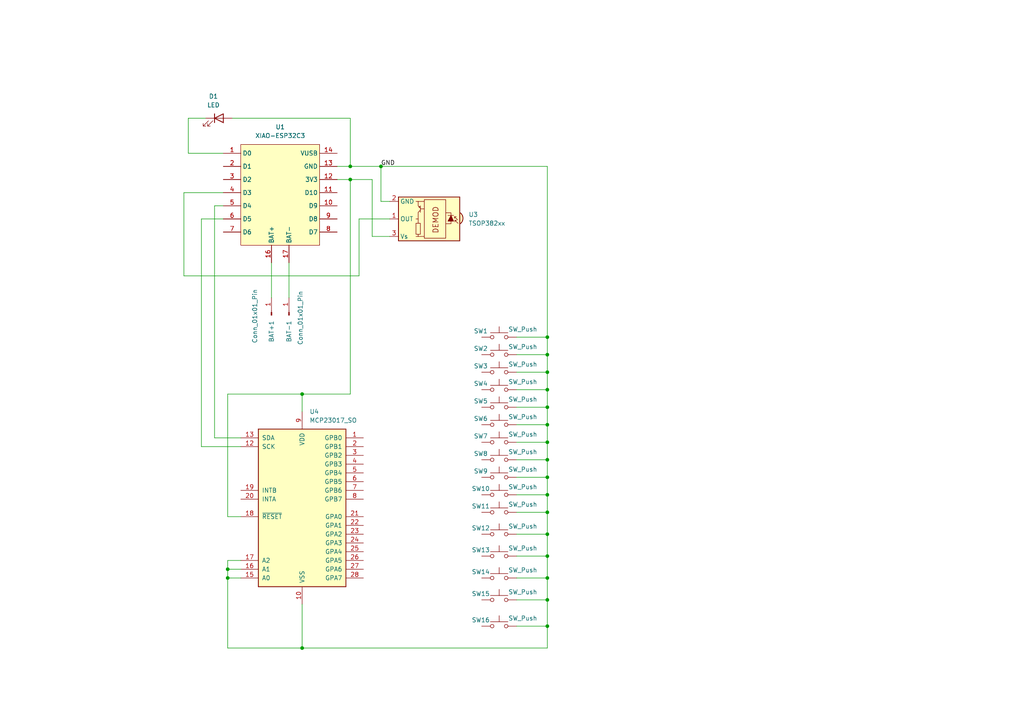
<source format=kicad_sch>
(kicad_sch (version 20250114) (generator "eeschema") (generator_version "9.0")
  (paper "A4")
  (lib_symbols
    (symbol "Connector:Conn_01x01_Pin" (pin_names (offset 1.016) (hide yes))
      (property "Reference" "J" (at 0 2.54 0))
      (property "Value" "Conn_01x01_Pin" (at 0 -2.54 0))
      (symbol "Conn_01x01_Pin_1_1"
        (rectangle (start 0.8636 0.127) (end 0 -0.127) (stroke (width 0.1524)) (fill (type outline)))
        (polyline (pts (xy 1.27 0) (xy 0.8636 0)) (stroke (width 0.1524)))
        (pin passive line (at 5.08 0 180) (length 3.81) (name "Pin_1") (number "1"))
      )
    )
    (symbol "Device:LED" (pin_numbers (hide yes)) (pin_names (offset 1.016) (hide yes))
      (property "Reference" "D" (at 0 2.54 0))
      (property "Value" "LED" (at 0 -2.54 0))
      (symbol "LED_0_1"
        (polyline (pts (xy -3.048 -0.762) (xy -4.572 -2.286) (xy -3.81 -2.286) (xy -4.572 -2.286) (xy -4.572 -1.524)))
        (polyline (pts (xy -1.778 -0.762) (xy -3.302 -2.286) (xy -2.54 -2.286) (xy -3.302 -2.286) (xy -3.302 -1.524)))
        (polyline (pts (xy -1.27 0) (xy 1.27 0)))
        (polyline (pts (xy -1.27 -1.27) (xy -1.27 1.27)) (stroke (width 0.254)))
        (polyline (pts (xy 1.27 -1.27) (xy 1.27 1.27) (xy -1.27 0) (xy 1.27 -1.27)) (stroke (width 0.254)))
      )
      (symbol "LED_1_1"
        (pin passive line (at -3.81 0 0) (length 2.54) (name "K") (number "1"))
        (pin passive line (at 3.81 0 180) (length 2.54) (name "A") (number "2"))
      )
    )
    (symbol "Interface_Expansion:MCP23017_SO" (pin_names (offset 1.016))
      (property "Reference" "U" (at -11.43 24.13 0))
      (property "Value" "MCP23017_SO" (at 0 0 0))
      (symbol "MCP23017_SO_0_1"
        (rectangle (start -12.7 22.86) (end 12.7 -22.86) (stroke (width 0.254)) (fill (type background)))
      )
      (symbol "MCP23017_SO_1_1"
        (pin bidirectional line (at -17.78 20.32 0) (length 5.08) (name "SDA") (number "13"))
        (pin input line (at -17.78 17.78 0) (length 5.08) (name "SCK") (number "12"))
        (pin tri_state line (at -17.78 5.08 0) (length 5.08) (name "INTB") (number "19"))
        (pin tri_state line (at -17.78 2.54 0) (length 5.08) (name "INTA") (number "20"))
        (pin input line (at -17.78 -2.54 0) (length 5.08) (name "~{RESET}") (number "18"))
        (pin input line (at -17.78 -15.24 0) (length 5.08) (name "A2") (number "17"))
        (pin input line (at -17.78 -17.78 0) (length 5.08) (name "A1") (number "16"))
        (pin input line (at -17.78 -20.32 0) (length 5.08) (name "A0") (number "15"))
        (pin no_connect line (at -12.7 15.24 0) (length 5.08) (hide yes) (name "NC") (number "11"))
        (pin no_connect line (at -12.7 12.7 0) (length 5.08) (hide yes) (name "NC") (number "14"))
        (pin power_in line (at 0 27.94 270) (length 5.08) (name "VDD") (number "9"))
        (pin power_in line (at 0 -27.94 90) (length 5.08) (name "VSS") (number "10"))
        (pin bidirectional line (at 17.78 20.32 180) (length 5.08) (name "GPB0") (number "1"))
        (pin bidirectional line (at 17.78 17.78 180) (length 5.08) (name "GPB1") (number "2"))
        (pin bidirectional line (at 17.78 15.24 180) (length 5.08) (name "GPB2") (number "3"))
        (pin bidirectional line (at 17.78 12.7 180) (length 5.08) (name "GPB3") (number "4"))
        (pin bidirectional line (at 17.78 10.16 180) (length 5.08) (name "GPB4") (number "5"))
        (pin bidirectional line (at 17.78 7.62 180) (length 5.08) (name "GPB5") (number "6"))
        (pin bidirectional line (at 17.78 5.08 180) (length 5.08) (name "GPB6") (number "7"))
        (pin output line (at 17.78 2.54 180) (length 5.08) (name "GPB7") (number "8"))
        (pin bidirectional line (at 17.78 -2.54 180) (length 5.08) (name "GPA0") (number "21"))
        (pin bidirectional line (at 17.78 -5.08 180) (length 5.08) (name "GPA1") (number "22"))
        (pin bidirectional line (at 17.78 -7.62 180) (length 5.08) (name "GPA2") (number "23"))
        (pin bidirectional line (at 17.78 -10.16 180) (length 5.08) (name "GPA3") (number "24"))
        (pin bidirectional line (at 17.78 -12.7 180) (length 5.08) (name "GPA4") (number "25"))
        (pin bidirectional line (at 17.78 -15.24 180) (length 5.08) (name "GPA5") (number "26"))
        (pin bidirectional line (at 17.78 -17.78 180) (length 5.08) (name "GPA6") (number "27"))
        (pin output line (at 17.78 -20.32 180) (length 5.08) (name "GPA7") (number "28"))
      )
    )
    (symbol "Interface_Optical:TSOP382xx"
      (property "Reference" "U" (at -10.16 7.62 0))
      (property "Value" "TSOP382xx" (at -10.16 -7.62 0))
      (symbol "TSOP382xx_0_0"
        (arc (start -10.287 -1.778) (mid -11.0899 -0.1905) (end -10.287 1.397) (stroke (width 0.254)) (fill (type background)))
        (polyline (pts (xy 1.905 5.08) (xy 0.127 5.08)))
        (polyline (pts (xy 1.905 -5.08) (xy 0.127 -5.08)))
        (text "DEMOD" (at -3.175 0.254 900) (effects (font (size 1.524 1.524))))
      )
      (symbol "TSOP382xx_0_1"
        (polyline (pts (xy -8.763 0.381) (xy -9.652 1.27)))
        (polyline (pts (xy -8.763 0.381) (xy -9.271 0.381)))
        (polyline (pts (xy -8.763 0.381) (xy -8.763 0.889)))
        (polyline (pts (xy -8.636 -0.635) (xy -9.525 0.254)))
        (polyline (pts (xy -8.636 -0.635) (xy -9.144 -0.635)))
        (polyline (pts (xy -8.636 -0.635) (xy -8.636 -0.127)))
        (polyline (pts (xy -8.382 0.635) (xy -6.731 0.635) (xy -7.62 -1.016) (xy -8.382 0.635)) (fill (type outline)))
        (polyline (pts (xy -8.382 -1.016) (xy -6.731 -1.016)))
        (rectangle (start -6.096 5.588) (end 0.127 -5.588))
        (polyline (pts (xy -6.096 1.397) (xy -7.62 1.397) (xy -7.62 -1.778) (xy -6.096 -1.778)))
        (polyline (pts (xy 1.27 -1.905) (xy 1.27 -3.81)))
        (polyline (pts (xy 1.27 -2.54) (xy 1.905 -1.905) (xy 1.905 0) (xy 2.54 0)))
        (polyline (pts (xy 1.27 -2.921) (xy 0.127 -2.921)))
        (polyline (pts (xy 1.27 -3.175) (xy 1.905 -3.81) (xy 1.905 -5.08) (xy 2.54 -5.08)))
        (polyline (pts (xy 1.397 -3.556) (xy 1.524 -3.556)))
        (polyline (pts (xy 1.651 -3.556) (xy 1.524 -3.556)))
        (polyline (pts (xy 1.651 -3.556) (xy 1.651 -3.302)))
        (polyline (pts (xy 1.905 4.445) (xy 1.905 5.08) (xy 2.54 5.08)))
        (polyline (pts (xy 1.905 0) (xy 1.905 1.27)))
        (rectangle (start 2.54 1.27) (end 1.27 4.445))
        (rectangle (start 7.62 6.35) (end -10.16 -6.35) (stroke (width 0.254)) (fill (type background)))
      )
      (symbol "TSOP382xx_1_1"
        (pin power_in line (at 10.16 5.08 180) (length 2.54) (name "Vs") (number "3"))
        (pin output line (at 10.16 0 180) (length 2.54) (name "OUT") (number "1"))
        (pin power_in line (at 10.16 -5.08 180) (length 2.54) (name "GND") (number "2"))
      )
    )
    (symbol "Switch:SW_Push" (pin_numbers (hide yes)) (pin_names (offset 1.016) (hide yes))
      (property "Reference" "SW" (at 1.27 2.54 0))
      (property "Value" "SW_Push" (at 0 -1.524 0))
      (symbol "SW_Push_0_1"
        (circle (center -2.032 0) (radius 0.508))
        (polyline (pts (xy 0 1.27) (xy 0 3.048)))
        (circle (center 2.032 0) (radius 0.508))
        (polyline (pts (xy 2.54 1.27) (xy -2.54 1.27)))
        (pin passive line (at -5.08 0 0) (length 2.54) (name "1") (number "1"))
        (pin passive line (at 5.08 0 180) (length 2.54) (name "2") (number "2"))
      )
    )
    (symbol "USER_LIB:XIAO-ESP32C3"
      (property "Reference" "U" (at 0 0 0))
      (property "Value" "XIAO-ESP32C3" (at -0.254 5.08 90))
      (symbol "XIAO-ESP32C3_0_1"
        (rectangle (start -11.43 19.05) (end 11.43 -10.16) (fill (type background)))
      )
      (symbol "XIAO-ESP32C3_1_1"
        (pin bidirectional line (at -16.51 16.51 0) (length 5.08) (name "D0") (number "1"))
        (pin bidirectional line (at -16.51 12.7 0) (length 5.08) (name "D1") (number "2"))
        (pin bidirectional line (at -16.51 8.89 0) (length 5.08) (name "D2") (number "3"))
        (pin bidirectional line (at -16.51 5.08 0) (length 5.08) (name "D3") (number "4"))
        (pin bidirectional line (at -16.51 1.27 0) (length 5.08) (name "D4") (number "5"))
        (pin bidirectional line (at -16.51 -2.54 0) (length 5.08) (name "D5") (number "6"))
        (pin bidirectional line (at -16.51 -6.35 0) (length 5.08) (name "D6") (number "7"))
        (pin bidirectional line (at -2.54 -15.24 90) (length 5.08) (name "BAT+") (number "16"))
        (pin bidirectional line (at 2.54 -15.24 90) (length 5.08) (name "BAT-") (number "17"))
        (pin bidirectional line (at 16.51 16.51 180) (length 5.08) (name "VUSB") (number "14"))
        (pin bidirectional line (at 16.51 12.7 180) (length 5.08) (name "GND") (number "13"))
        (pin bidirectional line (at 16.51 8.89 180) (length 5.08) (name "3V3") (number "12"))
        (pin bidirectional line (at 16.51 5.08 180) (length 5.08) (name "D10") (number "11"))
        (pin bidirectional line (at 16.51 1.27 180) (length 5.08) (name "D9") (number "10"))
        (pin bidirectional line (at 16.51 -2.54 180) (length 5.08) (name "D8") (number "9"))
        (pin bidirectional line (at 16.51 -6.35 180) (length 5.08) (name "D7") (number "8"))
      )
    )
  )
  (junction (at 87.63 187.96))
  (junction (at 158.75 167.64))
  (junction (at 87.63 114.3))
  (junction (at 101.6 52.07))
  (junction (at 110.49 48.26))
  (junction (at 158.75 113.03))
  (junction (at 158.75 107.95))
  (junction (at 158.75 173.99))
  (junction (at 158.75 161.29))
  (junction (at 158.75 154.94))
  (junction (at 158.75 102.87))
  (junction (at 158.75 138.43))
  (junction (at 158.75 128.27))
  (junction (at 158.75 181.61))
  (junction (at 66.04 165.1))
  (junction (at 66.04 167.64))
  (junction (at 158.75 97.79))
  (junction (at 158.75 118.11))
  (junction (at 158.75 133.35))
  (junction (at 158.75 148.59))
  (junction (at 101.6 48.26))
  (junction (at 158.75 123.19))
  (junction (at 158.75 143.51))
  (wire (pts (xy 64.77 44.45) (xy 54.61 44.45)))
  (wire (pts (xy 101.6 114.3) (xy 87.63 114.3)))
  (wire (pts (xy 158.75 181.61) (xy 158.75 187.96)))
  (wire (pts (xy 66.04 187.96) (xy 87.63 187.96)))
  (wire (pts (xy 54.61 34.29) (xy 54.61 44.45)))
  (wire (pts (xy 158.75 113.03) (xy 158.75 118.11)))
  (wire (pts (xy 113.03 68.58) (xy 107.95 68.58)))
  (wire (pts (xy 158.75 123.19) (xy 149.86 123.19)))
  (wire (pts (xy 69.85 129.54) (xy 58.42 129.54)))
  (wire (pts (xy 158.75 173.99) (xy 158.75 181.61)))
  (wire (pts (xy 158.75 118.11) (xy 149.86 118.11)))
  (wire (pts (xy 62.23 59.69) (xy 64.77 59.69)))
  (wire (pts (xy 66.04 162.56) (xy 66.04 165.1)))
  (wire (pts (xy 104.14 80.01) (xy 53.34 80.01)))
  (wire (pts (xy 87.63 175.26) (xy 87.63 187.96)))
  (wire (pts (xy 158.75 133.35) (xy 149.86 133.35)))
  (wire (pts (xy 113.03 63.5) (xy 104.14 63.5)))
  (wire (pts (xy 158.75 167.64) (xy 158.75 173.99)))
  (wire (pts (xy 158.75 167.64) (xy 149.86 167.64)))
  (wire (pts (xy 97.79 52.07) (xy 101.6 52.07)))
  (wire (pts (xy 66.04 165.1) (xy 66.04 167.64)))
  (wire (pts (xy 104.14 63.5) (xy 104.14 80.01)))
  (wire (pts (xy 158.75 102.87) (xy 149.86 102.87)))
  (wire (pts (xy 158.75 143.51) (xy 158.75 148.59)))
  (wire (pts (xy 54.61 34.29) (xy 59.69 34.29)))
  (wire (pts (xy 158.75 138.43) (xy 149.86 138.43)))
  (wire (pts (xy 66.04 114.3) (xy 66.04 149.86)))
  (wire (pts (xy 107.95 52.07) (xy 101.6 52.07)))
  (wire (pts (xy 113.03 58.42) (xy 110.49 58.42)))
  (wire (pts (xy 158.75 161.29) (xy 158.75 167.64)))
  (wire (pts (xy 158.75 102.87) (xy 158.75 107.95)))
  (wire (pts (xy 66.04 165.1) (xy 69.85 165.1)))
  (wire (pts (xy 62.23 127) (xy 62.23 59.69)))
  (wire (pts (xy 53.34 55.88) (xy 64.77 55.88)))
  (wire (pts (xy 158.75 161.29) (xy 149.86 161.29)))
  (wire (pts (xy 101.6 52.07) (xy 101.6 114.3)))
  (wire (pts (xy 158.75 97.79) (xy 149.86 97.79)))
  (wire (pts (xy 69.85 127) (xy 62.23 127)))
  (wire (pts (xy 87.63 114.3) (xy 87.63 119.38)))
  (wire (pts (xy 110.49 58.42) (xy 110.49 48.26)))
  (wire (pts (xy 67.31 34.29) (xy 101.6 34.29)))
  (wire (pts (xy 158.75 181.61) (xy 149.86 181.61)))
  (wire (pts (xy 83.82 76.2) (xy 83.82 86.36)))
  (wire (pts (xy 158.75 154.94) (xy 149.86 154.94)))
  (wire (pts (xy 87.63 187.96) (xy 158.75 187.96)))
  (wire (pts (xy 158.75 133.35) (xy 158.75 138.43)))
  (wire (pts (xy 53.34 80.01) (xy 53.34 55.88)))
  (wire (pts (xy 97.79 48.26) (xy 101.6 48.26)))
  (wire (pts (xy 158.75 113.03) (xy 149.86 113.03)))
  (wire (pts (xy 158.75 173.99) (xy 149.86 173.99)))
  (wire (pts (xy 158.75 48.26) (xy 158.75 97.79)))
  (wire (pts (xy 158.75 148.59) (xy 149.86 148.59)))
  (wire (pts (xy 158.75 154.94) (xy 158.75 161.29)))
  (wire (pts (xy 158.75 128.27) (xy 158.75 133.35)))
  (wire (pts (xy 158.75 143.51) (xy 149.86 143.51)))
  (wire (pts (xy 58.42 63.5) (xy 64.77 63.5)))
  (wire (pts (xy 78.74 76.2) (xy 78.74 86.36)))
  (wire (pts (xy 158.75 107.95) (xy 158.75 113.03)))
  (wire (pts (xy 66.04 114.3) (xy 87.63 114.3)))
  (wire (pts (xy 66.04 167.64) (xy 66.04 187.96)))
  (wire (pts (xy 66.04 167.64) (xy 69.85 167.64)))
  (wire (pts (xy 101.6 48.26) (xy 110.49 48.26)))
  (wire (pts (xy 101.6 34.29) (xy 101.6 48.26)))
  (wire (pts (xy 158.75 97.79) (xy 158.75 102.87)))
  (wire (pts (xy 158.75 128.27) (xy 149.86 128.27)))
  (wire (pts (xy 158.75 118.11) (xy 158.75 123.19)))
  (wire (pts (xy 158.75 107.95) (xy 149.86 107.95)))
  (wire (pts (xy 158.75 138.43) (xy 158.75 143.51)))
  (wire (pts (xy 110.49 48.26) (xy 158.75 48.26)))
  (wire (pts (xy 58.42 129.54) (xy 58.42 63.5)))
  (wire (pts (xy 158.75 148.59) (xy 158.75 154.94)))
  (wire (pts (xy 69.85 162.56) (xy 66.04 162.56)))
  (wire (pts (xy 158.75 123.19) (xy 158.75 128.27)))
  (wire (pts (xy 107.95 68.58) (xy 107.95 52.07)))
  (wire (pts (xy 69.85 149.86) (xy 66.04 149.86)))
  (label "GND" (at 110.49 48.26 0))
  (symbol (lib_id "Switch:SW_Push") (at 144.78 128.27 0) (unit 1)
    (property "Reference" "SW7" (at 139.446 126.492 0))
    (property "Value" "SW_Push" (at 151.638 125.984 0))
    (property "Footprint" "Button_Switch_THT:SW_PUSH_6mm_H5mm" (effects (hide yes)))
    (property "Description" "Push button switch, generic, two pins" (effects (hide yes)))
  )
  (symbol (lib_id "Switch:SW_Push") (at 144.78 123.19 0) (unit 1)
    (property "Reference" "SW6" (at 139.446 121.412 0))
    (property "Value" "SW_Push" (at 151.638 120.904 0))
    (property "Footprint" "Button_Switch_THT:SW_PUSH_6mm_H5mm" (effects (hide yes)))
    (property "Description" "Push button switch, generic, two pins" (effects (hide yes)))
  )
  (symbol (lib_id "Switch:SW_Push") (at 144.78 113.03 0) (unit 1)
    (property "Reference" "SW4" (at 139.446 111.252 0))
    (property "Value" "SW_Push" (at 151.638 110.744 0))
    (property "Footprint" "Button_Switch_THT:SW_PUSH_6mm_H5mm" (effects (hide yes)))
    (property "Description" "Push button switch, generic, two pins" (effects (hide yes)))
  )
  (symbol (lib_id "USER_LIB:XIAO-ESP32C3") (at 81.28 60.96 0) (unit 1)
    (property "Reference" "U1" (at 81.28 36.83 0))
    (property "Value" "XIAO-ESP32C3" (at 81.28 39.37 0))
    (property "Footprint" "RF_Module:MCU_Seeed_ESP32C3" (effects (hide yes)))
  )
  (symbol (lib_id "Switch:SW_Push") (at 144.78 107.95 0) (unit 1)
    (property "Reference" "SW3" (at 139.446 106.172 0))
    (property "Value" "SW_Push" (at 151.638 105.664 0))
    (property "Footprint" "Button_Switch_THT:SW_PUSH_6mm_H5mm" (effects (hide yes)))
    (property "Description" "Push button switch, generic, two pins" (effects (hide yes)))
  )
  (symbol (lib_id "Interface_Optical:TSOP382xx") (at 123.19 63.5 180) (unit 1)
    (property "Reference" "U3" (at 135.89 62.2299 0) (effects (justify right)))
    (property "Value" "TSOP382xx" (at 135.89 64.7699 0) (effects (justify right)))
    (property "Footprint" "OptoDevice:Vishay_MINICAST-3Pin" (effects (hide yes)))
    (property "Datasheet" "http://www.vishay.com/docs/82491/tsop382.pdf" (effects (hide yes)))
    (property "Description" "Photo Modules for PCM Remote Control Systems" (effects (hide yes)))
  )
  (symbol (lib_id "Switch:SW_Push") (at 144.78 118.11 0) (unit 1)
    (property "Reference" "SW5" (at 139.446 116.332 0))
    (property "Value" "SW_Push" (at 151.638 115.824 0))
    (property "Footprint" "Button_Switch_THT:SW_PUSH_6mm_H5mm" (effects (hide yes)))
    (property "Description" "Push button switch, generic, two pins" (effects (hide yes)))
  )
  (symbol (lib_id "Interface_Expansion:MCP23017_SO") (at 87.63 147.32 0) (unit 1)
    (property "Reference" "U4" (at 89.7733 119.38 0) (effects (justify left)))
    (property "Value" "MCP23017_SO" (at 89.7733 121.92 0) (effects (justify left)))
    (property "Footprint" "Package_SO:SOIC-28W_7.5x17.9mm_P1.27mm" (effects (hide yes)))
    (property "Datasheet" "https://ww1.microchip.com/downloads/aemDocuments/documents/APID/ProductDocuments/DataSheets/MCP23017-Data-Sheet-DS20001952.pdf" (effects (hide yes)))
    (property "Description" "16-bit I/O expander, I2C, interrupts, w pull-ups, GPA/B7 output only (https://microchip.my.site.com/s/article/GPA7---GPB7-Cannot-Be-Used-as-Inputs-In-MCP23017),  SOIC-28" (effects (hide yes)))
  )
  (symbol (lib_id "Switch:SW_Push") (at 144.78 161.29 0) (unit 1)
    (property "Reference" "SW13" (at 139.446 159.512 0))
    (property "Value" "SW_Push" (at 151.638 159.004 0))
    (property "Footprint" "Button_Switch_THT:SW_PUSH_6mm_H5mm" (effects (hide yes)))
    (property "Description" "Push button switch, generic, two pins" (effects (hide yes)))
  )
  (symbol (lib_id "Connector:Conn_01x01_Pin") (at 83.82 91.44 90) (unit 1)
    (property "Reference" "BAT-1" (at 83.82 92.964 0) (effects (justify right)))
    (property "Value" "Conn_01x01_Pin" (at 87.122 84.328 0) (effects (justify right)))
    (property "Footprint" "Connector_Pin:Pin_D1.0mm_L10.0mm" (effects (hide yes)))
    (property "Description" "Generic connector, single row, 01x01, script generated" (effects (hide yes)))
  )
  (symbol (lib_id "Connector:Conn_01x01_Pin") (at 78.74 91.44 90) (unit 1)
    (property "Reference" "BAT+1" (at 78.74 92.964 0) (effects (justify right)))
    (property "Value" "Conn_01x01_Pin" (at 73.914 83.82 0) (effects (justify right)))
    (property "Footprint" "Connector_Pin:Pin_D1.0mm_L10.0mm" (effects (hide yes)))
    (property "Description" "Generic connector, single row, 01x01, script generated" (effects (hide yes)))
  )
  (symbol (lib_id "Switch:SW_Push") (at 144.78 173.99 0) (unit 1)
    (property "Reference" "SW15" (at 139.446 172.212 0))
    (property "Value" "SW_Push" (at 151.638 171.704 0))
    (property "Footprint" "Button_Switch_THT:SW_PUSH_6mm_H5mm" (effects (hide yes)))
  )
  (symbol (lib_id "Switch:SW_Push") (at 144.78 133.35 0) (unit 1)
    (property "Reference" "SW8" (at 139.446 131.572 0))
    (property "Value" "SW_Push" (at 151.638 131.064 0))
    (property "Footprint" "Button_Switch_THT:SW_PUSH_6mm_H5mm" (effects (hide yes)))
    (property "Description" "Push button switch, generic, two pins" (effects (hide yes)))
  )
  (symbol (lib_id "Switch:SW_Push") (at 144.78 102.87 0) (unit 1)
    (property "Reference" "SW2" (at 139.446 101.092 0))
    (property "Value" "SW_Push" (at 151.638 100.584 0))
    (property "Footprint" "Button_Switch_THT:SW_PUSH_6mm_H5mm" (effects (hide yes)))
    (property "Description" "Push button switch, generic, two pins" (effects (hide yes)))
  )
  (symbol (lib_id "Switch:SW_Push") (at 144.78 143.51 0) (unit 1)
    (property "Reference" "SW10" (at 139.446 141.732 0))
    (property "Value" "SW_Push" (at 151.638 141.224 0))
    (property "Footprint" "Button_Switch_THT:SW_PUSH_6mm_H5mm" (effects (hide yes)))
  )
  (symbol (lib_id "Switch:SW_Push") (at 144.78 97.79 0) (unit 1)
    (property "Reference" "SW1" (at 139.446 96.012 0))
    (property "Value" "SW_Push" (at 151.638 95.504 0))
    (property "Footprint" "Button_Switch_THT:SW_PUSH_6mm_H5mm" (effects (hide yes)))
    (property "Description" "Push button switch, generic, two pins" (effects (hide yes)))
  )
  (symbol (lib_id "Switch:SW_Push") (at 144.78 148.59 0) (unit 1)
    (property "Reference" "SW11" (at 139.446 146.812 0))
    (property "Value" "SW_Push" (at 151.638 146.304 0))
    (property "Footprint" "Button_Switch_THT:SW_PUSH_6mm_H5mm" (effects (hide yes)))
    (property "Description" "Push button switch, generic, two pins" (effects (hide yes)))
  )
  (symbol (lib_id "Switch:SW_Push") (at 144.78 181.61 0) (unit 1)
    (property "Reference" "SW16" (at 139.446 179.832 0))
    (property "Value" "SW_Push" (at 151.638 179.324 0))
    (property "Footprint" "Button_Switch_THT:SW_PUSH_6mm_H5mm" (effects (hide yes)))
    (property "Description" "Push button switch, generic, two pins" (effects (hide yes)))
  )
  (symbol (lib_id "Switch:SW_Push") (at 144.78 154.94 0) (unit 1)
    (property "Reference" "SW12" (at 139.446 153.162 0))
    (property "Value" "SW_Push" (at 151.638 152.654 0))
    (property "Footprint" "Button_Switch_THT:SW_PUSH_6mm_H5mm" (effects (hide yes)))
    (property "Description" "Push button switch, generic, two pins" (effects (hide yes)))
  )
  (symbol (lib_id "Switch:SW_Push") (at 144.78 167.64 0) (unit 1)
    (property "Reference" "SW14" (at 139.446 165.862 0))
    (property "Value" "SW_Push" (at 151.638 165.354 0))
    (property "Footprint" "Button_Switch_THT:SW_PUSH_6mm_H5mm" (effects (hide yes)))
    (property "Description" "Push button switch, generic, two pins" (effects (hide yes)))
  )
  (symbol (lib_id "Device:LED") (at 63.5 34.29 0) (unit 1)
    (property "Reference" "D1" (at 61.9125 27.94 0))
    (property "Value" "LED" (at 61.9125 30.48 0))
    (property "Footprint" "LED_THT:LED_D5.0mm_Horizontal_O1.27mm_Z3.0mm_Clear" (effects (hide yes)))
    (property "Description" "Light emitting diode" (effects (hide yes)))
    (property "Sim.Pins" "1=K 2=A" (effects (hide yes)))
  )
  (symbol (lib_id "Switch:SW_Push") (at 144.78 138.43 0) (unit 1)
    (property "Reference" "SW9" (at 139.446 136.652 0))
    (property "Value" "SW_Push" (at 151.638 136.144 0))
    (property "Footprint" "Button_Switch_THT:SW_PUSH_6mm_H5mm" (effects (hide yes)))
  )
)
</source>
